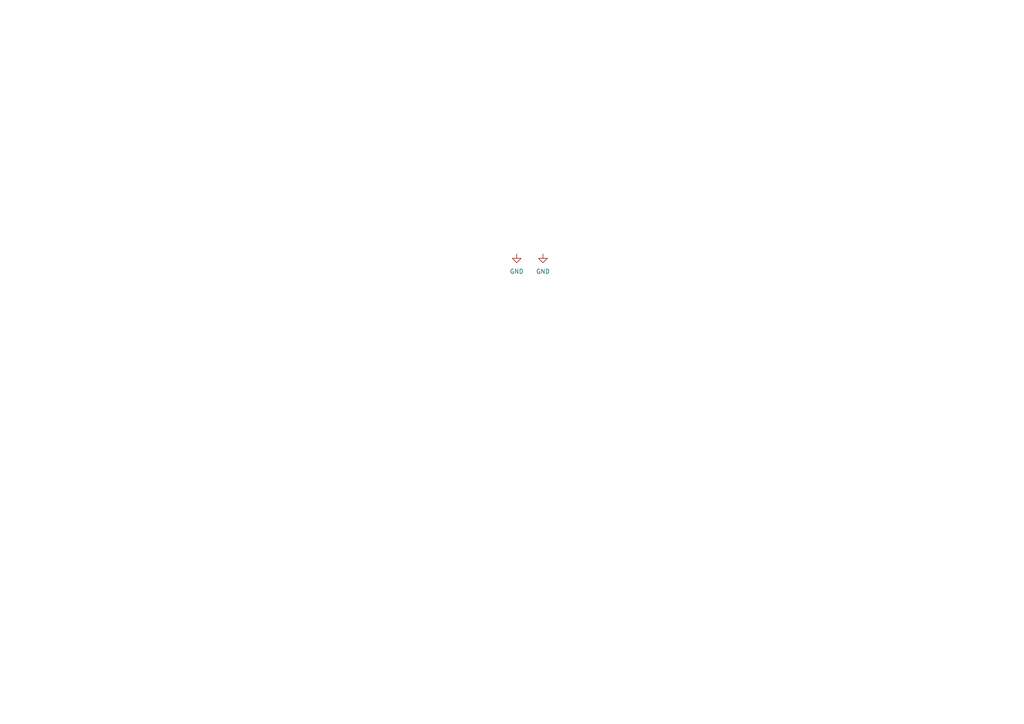
<source format=kicad_sch>
(kicad_sch (version 20230121) (generator eeschema)
  (paper "A4")
  (lib_symbols
    (symbol "power:GND" (power) (pin_names (offset 0))
      (property "Value" "GND" (at 0 -3.81 0))
      (symbol "GND_0_1"
        (polyline (pts (xy 0 0) (xy 0 -1.27) (xy 1.27 -1.27) (xy 0 -2.54) (xy -1.27 -1.27) (xy 0 -1.27)))
      )
      (symbol "GND_1_1"
        (pin power_in line (at 0 0 270) (length 0) hide (name "GND") (number "1"))
      )
    )
  )
  (symbol (lib_id "power:GND") (at 157.48 73.66 0) (unit 1)
    (property "Reference" "#PWR04" (effects hide))
    (property "Value" "GND" (at 157.48 78.74 0))
  )
  (symbol (lib_id "power:GND") (at 149.86 73.66 0) (unit 1)
    (property "Reference" "#PWR03" (effects hide))
    (property "Value" "GND" (at 149.86 78.74 0))
  )
)
</source>
